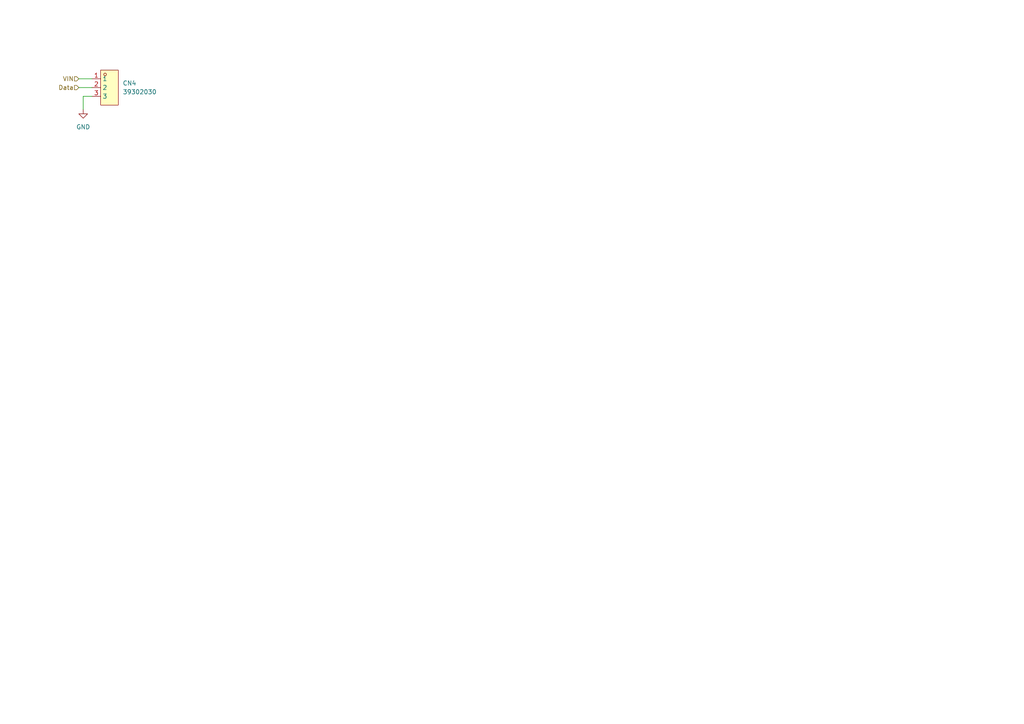
<source format=kicad_sch>
(kicad_sch (version 20250114) (generator "eeschema") (generator_version "9.0")
  (paper "A4")
  (lib_symbols
    (symbol "easyeda2kicad:39302030"
      (property "Reference" "CN" (at 0 7.62 0))
      (property "Value" "39302030" (at 0 -7.62 0))
      (symbol "39302030_0_1"
        (rectangle (start -2.54 5.08) (end 2.54 -5.08) (fill (type background)))
        (circle (center -1.27 3.81) (radius 0.38))
        (pin unspecified line (at -5.08 2.54 0) (length 2.54) (name "1") (number "1"))
        (pin unspecified line (at -5.08 0 0) (length 2.54) (name "2") (number "2"))
        (pin unspecified line (at -5.08 -2.54 0) (length 2.54) (name "3") (number "3"))
      )
    )
    (symbol "power:GND" (power) (pin_numbers (hide yes)) (pin_names (offset 0) (hide yes))
      (property "Value" "GND" (at 0 -3.81 0))
      (symbol "GND_0_1"
        (polyline (pts (xy 0 0) (xy 0 -1.27) (xy 1.27 -1.27) (xy 0 -2.54) (xy -1.27 -1.27) (xy 0 -1.27)))
      )
      (symbol "GND_1_1"
        (pin power_in line (at 0 0 270) (length 0) (name "~") (number "1"))
      )
    )
  )
  (wire (pts (xy 22.86 22.86) (xy 26.67 22.86)))
  (wire (pts (xy 26.67 27.94) (xy 24.13 27.94)))
  (wire (pts (xy 24.13 27.94) (xy 24.13 31.75)))
  (wire (pts (xy 22.86 25.4) (xy 26.67 25.4)))
  (hierarchical_label "VIN" (shape input) (at 22.86 22.86 180))
  (hierarchical_label "Data" (shape input) (at 22.86 25.4 180))
  (symbol (lib_id "easyeda2kicad:39302030") (at 31.75 25.4 0) (unit 1)
    (property "Reference" "CN" (at 35.56 24.1299 0) (effects (justify left)))
    (property "Value" "39302030" (at 35.56 26.6699 0) (effects (justify left)))
    (property "Footprint" "easyeda2kicad:CONN-TH_3P-P4.20_39302030" (effects (hide yes)))
    (property "LCSC Part" "C589033" (effects (hide yes)))
    (instances (project "temperature" (path "" (reference "CN4") (unit 1)) (path "" (reference "CN3") (unit 1)) (path "" (reference "CN2") (unit 1))))
  )
  (symbol (lib_id "power:GND") (at 24.13 31.75 0) (unit 1)
    (property "Reference" "#PWR01" (effects (hide yes)))
    (property "Value" "GND" (at 24.13 36.83 0))
    (property "Description" "Power symbol creates a global label with name \"GND\" , ground" (effects (hide yes)))
    (instances (project "temperature" (path "" (reference "#PWR04") (unit 1)) (path "" (reference "#PWR01") (unit 1)) (path "" (reference "#PWR03") (unit 1)) (path "" (reference "#PWR02") (unit 1))))
  )
)
</source>
